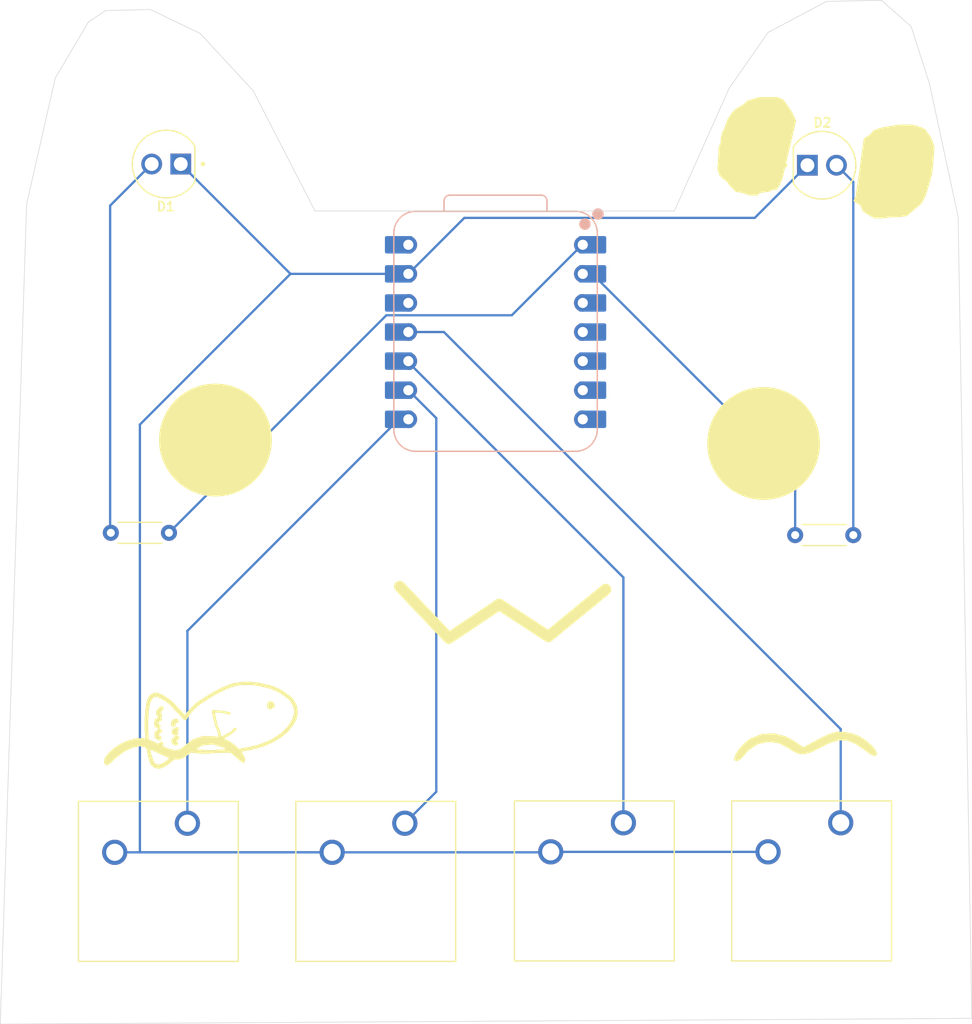
<source format=kicad_pcb>
(kicad_pcb (version 20241229) (generator "pcbnew") (generator_version "9.0")
  (layers (0 "F.Cu" signal) (2 "B.Cu" signal) (13 "F.Paste" user) (15 "B.Paste" user) (5 "F.SilkS" user "F.Silkscreen") (7 "B.SilkS" user "B.Silkscreen") (1 "F.Mask" user) (3 "B.Mask" user) (25 "Edge.Cuts" user))
  (net 0 "")
  (net 1 "Net-(D1-PadA)")
  (net 2 "GND")
  (net 3 "Net-(D2-PadA)")
  (net 4 "LED1")
  (net 5 "LED2")
  (net 6 "SW1")
  (net 7 "SW2")
  (net 8 "SW3")
  (net 9 "SW4")
  (footprint "LOGO" (layer "F.Cu") (at 164.702705 114.300431)
    (property "Reference" "G***" (hide yes))
    (property "Value" "LOGO" (hide yes))
  )
  (footprint "Resistor_THT:R_Axial_DIN0204_L3.6mm_D1.6mm_P5.08mm_Horizontal" (layer "F.Cu") (at 220.04 98.2 180)
    (property "Reference" "R2" (hide yes))
    (property "Value" "R")
    (pad "1" thru_hole circle (at 0 0 180) (size 1.4 1.4) (drill 0.7) (layers "*.Cu" "*.Mask") (net 3 "Net-(D2-PadA)"))
    (pad "2" thru_hole circle (at 5.08 0 180) (size 1.4 1.4) (drill 0.7) (layers "*.Cu" "*.Mask") (net 5 "LED2"))
  )
  (footprint "Button_Switch_Keyboard:SW_Cherry_MX_1.00u_PCB" (layer "F.Cu") (at 218.94 123.32)
    (property "Reference" "SW4" (hide yes))
    (property "Value" "SW_Push" (hide yes))
    (pad "" np_thru_hole circle (at -7.62 5.08) (size 1.7 1.7) (drill 1.7) (layers "*.Cu" "*.Mask"))
    (pad "" np_thru_hole circle (at -2.54 5.08) (size 4 4) (drill 4) (layers "*.Cu" "*.Mask"))
    (pad "" np_thru_hole circle (at 2.54 5.08) (size 1.7 1.7) (drill 1.7) (layers "*.Cu" "*.Mask"))
    (pad "1" thru_hole circle (at 0 0) (size 2.2 2.2) (drill 1.5) (layers "*.Cu" "*.Mask") (net 9 "SW4"))
    (pad "2" thru_hole circle (at -6.35 2.54) (size 2.2 2.2) (drill 1.5) (layers "*.Cu" "*.Mask") (net 2 "GND"))
  )
  (footprint "Button_Switch_Keyboard:SW_Cherry_MX_1.00u_PCB" (layer "F.Cu") (at 199.95 123.32)
    (property "Reference" "SW3" (hide yes))
    (property "Value" "SW_Push" (hide yes))
    (pad "" np_thru_hole circle (at -7.62 5.08) (size 1.7 1.7) (drill 1.7) (layers "*.Cu" "*.Mask"))
    (pad "" np_thru_hole circle (at -2.54 5.08) (size 4 4) (drill 4) (layers "*.Cu" "*.Mask"))
    (pad "" np_thru_hole circle (at 2.54 5.08) (size 1.7 1.7) (drill 1.7) (layers "*.Cu" "*.Mask"))
    (pad "1" thru_hole circle (at 0 0) (size 2.2 2.2) (drill 1.5) (layers "*.Cu" "*.Mask") (net 8 "SW3"))
    (pad "2" thru_hole circle (at -6.35 2.54) (size 2.2 2.2) (drill 1.5) (layers "*.Cu" "*.Mask") (net 2 "GND"))
  )
  (footprint "LOGO" (layer "F.Cu") (at 189.2 117.3)
    (property "Reference" "G***" (hide yes))
    (property "Value" "LOGO" (hide yes))
  )
  (footprint "footprints:LEDRD254W57D500H1070" (layer "F.Cu") (at 217.3 65.9)
    (property "Reference" "D2" (at 0.04 -3.708 0) (layer "F.SilkS") (effects (font (size 0.8 0.8))))
    (property "Value" "L08R5000Q1" (hide yes))
    (pad "A" thru_hole circle (at 1.27 0) (size 1.815 1.815) (drill 1.21) (layers "*.Cu" "*.Mask") (net 3 "Net-(D2-PadA)"))
    (pad "C" thru_hole rect (at -1.27 0) (size 1.815 1.815) (drill 1.21) (layers "*.Cu" "*.Mask") (net 2 "GND"))
  )
  (footprint "footprints:LEDRD254W57D500H1070" (layer "F.Cu") (at 160 65.8 180)
    (property "Reference" "D1" (at 0.04 -3.708 0) (layer "F.SilkS") (effects (font (size 0.8 0.8))))
    (property "Value" "L08R5000Q1" (hide yes))
    (pad "A" thru_hole circle (at 1.27 0 180) (size 1.815 1.815) (drill 1.21) (layers "*.Cu" "*.Mask") (net 1 "Net-(D1-PadA)"))
    (pad "C" thru_hole rect (at -1.27 0 180) (size 1.815 1.815) (drill 1.21) (layers "*.Cu" "*.Mask") (net 2 "GND"))
  )
  (footprint "Button_Switch_Keyboard:SW_Cherry_MX_1.00u_PCB" (layer "F.Cu") (at 180.85 123.36)
    (property "Reference" "SW2" (hide yes))
    (property "Value" "SW_Push" (hide yes))
    (pad "" np_thru_hole circle (at -7.62 5.08) (size 1.7 1.7) (drill 1.7) (layers "*.Cu" "*.Mask"))
    (pad "" np_thru_hole circle (at -2.54 5.08) (size 4 4) (drill 4) (layers "*.Cu" "*.Mask"))
    (pad "" np_thru_hole circle (at 2.54 5.08) (size 1.7 1.7) (drill 1.7) (layers "*.Cu" "*.Mask"))
    (pad "1" thru_hole circle (at 0 0) (size 2.2 2.2) (drill 1.5) (layers "*.Cu" "*.Mask") (net 7 "SW2"))
    (pad "2" thru_hole circle (at -6.35 2.54) (size 2.2 2.2) (drill 1.5) (layers "*.Cu" "*.Mask") (net 2 "GND"))
  )
  (footprint "Resistor_THT:R_Axial_DIN0204_L3.6mm_D1.6mm_P5.08mm_Horizontal" (layer "F.Cu") (at 155.16 98)
    (property "Reference" "R1" (hide yes))
    (property "Value" "R")
    (pad "1" thru_hole circle (at 0 0) (size 1.4 1.4) (drill 0.7) (layers "*.Cu" "*.Mask") (net 1 "Net-(D1-PadA)"))
    (pad "2" thru_hole circle (at 5.08 0) (size 1.4 1.4) (drill 0.7) (layers "*.Cu" "*.Mask") (net 4 "LED1"))
  )
  (footprint "Button_Switch_Keyboard:SW_Cherry_MX_1.00u_PCB" (layer "F.Cu") (at 161.85 123.36)
    (property "Reference" "SW1" (hide yes))
    (property "Value" "SW_Push" (hide yes))
    (pad "" np_thru_hole circle (at -7.62 5.08) (size 1.7 1.7) (drill 1.7) (layers "*.Cu" "*.Mask"))
    (pad "" np_thru_hole circle (at -2.54 5.08) (size 4 4) (drill 4) (layers "*.Cu" "*.Mask"))
    (pad "" np_thru_hole circle (at 2.54 5.08) (size 1.7 1.7) (drill 1.7) (layers "*.Cu" "*.Mask"))
    (pad "1" thru_hole circle (at 0 0) (size 2.2 2.2) (drill 1.5) (layers "*.Cu" "*.Mask") (net 6 "SW1"))
    (pad "2" thru_hole circle (at -6.35 2.54) (size 2.2 2.2) (drill 1.5) (layers "*.Cu" "*.Mask") (net 2 "GND"))
  )
  (footprint "footprints:XIAO-RP2040-DIP" (layer "B.Cu") (at 188.78 80.4685 180)
    (property "Reference" "U1" (hide yes))
    (property "Value" "XIAO-RP2040-DIP")
    (pad "1" smd roundrect (at -8.455 7.62) (size 2.432 1.524) (layers "B.Cu" "B.Mask") (roundrect_rratio 0.1) (net 4 "LED1"))
    (pad "1" thru_hole circle (at -7.62 7.62) (size 1.524 1.524) (drill 0.889) (layers "*.Cu" "*.Mask") (net 4 "LED1"))
    (pad "2" smd roundrect (at -8.455 5.08) (size 2.432 1.524) (layers "B.Cu" "B.Mask") (roundrect_rratio 0.1) (net 5 "LED2"))
    (pad "2" thru_hole circle (at -7.62 5.08) (size 1.524 1.524) (drill 0.889) (layers "*.Cu" "*.Mask") (net 5 "LED2"))
    (pad "3" smd roundrect (at -8.455 2.54) (size 2.432 1.524) (layers "B.Cu" "B.Mask") (roundrect_rratio 0.1))
    (pad "3" thru_hole circle (at -7.62 2.54) (size 1.524 1.524) (drill 0.889) (layers "*.Cu" "*.Mask"))
    (pad "4" smd roundrect (at -8.455 0) (size 2.432 1.524) (layers "B.Cu" "B.Mask") (roundrect_rratio 0.1))
    (pad "4" thru_hole circle (at -7.62 0) (size 1.524 1.524) (drill 0.889) (layers "*.Cu" "*.Mask"))
    (pad "5" smd roundrect (at -8.455 -2.54) (size 2.432 1.524) (layers "B.Cu" "B.Mask") (roundrect_rratio 0.1))
    (pad "5" thru_hole circle (at -7.62 -2.54) (size 1.524 1.524) (drill 0.889) (layers "*.Cu" "*.Mask"))
    (pad "6" smd roundrect (at -8.455 -5.08) (size 2.432 1.524) (layers "B.Cu" "B.Mask") (roundrect_rratio 0.1))
    (pad "6" thru_hole circle (at -7.62 -5.08) (size 1.524 1.524) (drill 0.889) (layers "*.Cu" "*.Mask"))
    (pad "7" smd roundrect (at -8.455 -7.62) (size 2.432 1.524) (layers "B.Cu" "B.Mask") (roundrect_rratio 0.1))
    (pad "7" thru_hole circle (at -7.62 -7.62) (size 1.524 1.524) (drill 0.889) (layers "*.Cu" "*.Mask"))
    (pad "8" thru_hole circle (at 7.62 -7.62 180) (size 1.524 1.524) (drill 0.889) (layers "*.Cu" "*.Mask") (net 6 "SW1"))
    (pad "8" smd roundrect (at 8.455 -7.62 180) (size 2.432 1.524) (layers "B.Cu" "B.Mask") (roundrect_rratio 0.1) (net 6 "SW1"))
    (pad "9" thru_hole circle (at 7.62 -5.08 180) (size 1.524 1.524) (drill 0.889) (layers "*.Cu" "*.Mask") (net 7 "SW2"))
    (pad "9" smd roundrect (at 8.455 -5.08 180) (size 2.432 1.524) (layers "B.Cu" "B.Mask") (roundrect_rratio 0.1) (net 7 "SW2"))
    (pad "10" thru_hole circle (at 7.62 -2.54 180) (size 1.524 1.524) (drill 0.889) (layers "*.Cu" "*.Mask") (net 8 "SW3"))
    (pad "10" smd roundrect (at 8.455 -2.54 180) (size 2.432 1.524) (layers "B.Cu" "B.Mask") (roundrect_rratio 0.1) (net 8 "SW3"))
    (pad "11" thru_hole circle (at 7.62 0 180) (size 1.524 1.524) (drill 0.889) (layers "*.Cu" "*.Mask") (net 9 "SW4"))
    (pad "11" smd roundrect (at 8.455 0 180) (size 2.432 1.524) (layers "B.Cu" "B.Mask") (roundrect_rratio 0.1) (net 9 "SW4"))
    (pad "12" thru_hole circle (at 7.62 2.54 180) (size 1.524 1.524) (drill 0.889) (layers "*.Cu" "*.Mask"))
    (pad "12" smd roundrect (at 8.455 2.54 180) (size 2.432 1.524) (layers "B.Cu" "B.Mask") (roundrect_rratio 0.1))
    (pad "13" thru_hole circle (at 7.62 5.08 180) (size 1.524 1.524) (drill 0.889) (layers "*.Cu" "*.Mask") (net 2 "GND"))
    (pad "13" smd roundrect (at 8.455 5.08 180) (size 2.432 1.524) (layers "B.Cu" "B.Mask") (roundrect_rratio 0.1) (net 2 "GND"))
    (pad "14" thru_hole circle (at 7.62 7.62 180) (size 1.524 1.524) (drill 0.889) (layers "*.Cu" "*.Mask"))
    (pad "14" smd roundrect (at 8.455 7.62 180) (size 2.432 1.524) (layers "B.Cu" "B.Mask") (roundrect_rratio 0.1))
  )
  (gr_line (start 193.4 107.05) (end 198.4 102.95) (stroke (width 1)) (layer "F.SilkS"))
  (gr_circle (center 212.2 90.2) (end 213.2 85.4) (stroke (width 0.05)) (fill yes) (layer "F.SilkS"))
  (gr_line (start 189.1 104.25) (end 193.3 107) (stroke (width 1)) (layer "F.SilkS"))
  (gr_poly (pts (xy 221 63.6) (xy 221.6 63.2) (xy 221.8 62.9) (xy 222.4 62.7) (xy 222.8 62.6) (xy 223.5 62.5) (xy 224 62.4) (xy 225.2 62.4) (xy 225.9 62.6) (xy 226.3 62.8) (xy 226.8 63.5) (xy 227.1 64.3) (xy 226.9 66.6) (xy 226.5 68) (xy 226.3 68.6) (xy 226 69.2) (xy 224.7 70.3) (xy 224 70.4) (xy 223.3 70.4) (xy 222.6 70.5) (xy 221.9 70.5) (xy 221.2 70.1) (xy 220.9 69.9) (xy 220.7 69.4) (xy 220.1 69) (xy 220.3 68.6)) (stroke (width 0.1)) (fill yes) (layer "F.SilkS"))
  (gr_poly (pts (xy 215 62) (xy 214.6 61.2) (xy 213.9 60.2) (xy 213.4 60) (xy 211.8 60) (xy 210.8 60.3) (xy 210.5 60.6) (xy 209.8 61) (xy 209.5 61.3) (xy 209.1 61.9) (xy 208.8 62.7) (xy 208.6 63.1) (xy 208.5 63.5) (xy 208.5 63.9) (xy 208.3 64.4) (xy 208.3 65) (xy 208.2 66.2) (xy 208.4 66.8) (xy 209.1 67.4) (xy 209.2 67.6) (xy 209.8 68.2) (xy 210 68.2) (xy 210.4 68.3) (xy 211 68.5) (xy 211.7 68.5) (xy 211.8 68.3) (xy 212.4 68.2) (xy 212.6 68.2) (xy 213 68) (xy 213.3 68) (xy 213.6 67.6) (xy 213.5 67.6) (xy 213.6 67.5) (xy 213.8 67.1)) (stroke (width 0.1)) (fill yes) (layer "F.SilkS"))
  (gr_line (start 180.405291 102.690556) (end 184.7 107.2) (stroke (width 1)) (layer "F.SilkS"))
  (gr_line (start 184.7 107.2) (end 189.1 104.25) (stroke (width 1)) (layer "F.SilkS"))
  (gr_circle (center 164.3 89.9) (end 165.3 85.1) (stroke (width 0.05)) (fill yes) (layer "F.SilkS"))
  (gr_line (start 153.2 53.4) (end 150.3 58.3) (stroke (width 0.05)) (layer "Edge.Cuts"))
  (gr_line (start 173 69.9) (end 167.6 59.4) (stroke (width 0.05)) (layer "Edge.Cuts"))
  (gr_line (start 209.2 59.170162) (end 204.4 69.9) (stroke (width 0.05)) (layer "Edge.Cuts"))
  (gr_line (start 154.7 52.4) (end 153.2 53.4) (stroke (width 0.05)) (layer "Edge.Cuts"))
  (gr_line (start 162.969231 54.4) (end 158.6 52.3) (stroke (width 0.05)) (layer "Edge.Cuts"))
  (gr_line (start 158.6 52.3) (end 154.7 52.4) (stroke (width 0.05)) (layer "Edge.Cuts"))
  (gr_line (start 225.1 53.8) (end 222.5 51.5) (stroke (width 0.05)) (layer "Edge.Cuts"))
  (gr_line (start 204.4 69.9) (end 173 69.9) (stroke (width 0.05)) (layer "Edge.Cuts"))
  (gr_line (start 212.6 54.3) (end 209.2 59.170162) (stroke (width 0.05)) (layer "Edge.Cuts"))
  (gr_line (start 217.7 51.6) (end 212.6 54.3) (stroke (width 0.05)) (layer "Edge.Cuts"))
  (gr_line (start 229.2 70.4) (end 226.7 58.8) (stroke (width 0.05)) (layer "Edge.Cuts"))
  (gr_line (start 167.6 59.4) (end 162.969231 54.4) (stroke (width 0.05)) (layer "Edge.Cuts"))
  (gr_line (start 226.7 58.8) (end 225.1 53.8) (stroke (width 0.05)) (layer "Edge.Cuts"))
  (gr_line (start 145.5 140.9) (end 230.4 140.4) (stroke (width 0.05)) (layer "Edge.Cuts"))
  (gr_line (start 230.4 140.4) (end 229.2 70.4) (stroke (width 0.05)) (layer "Edge.Cuts"))
  (gr_line (start 150.3 58.3) (end 147.8 69.3) (stroke (width 0.05)) (layer "Edge.Cuts"))
  (gr_line (start 147.8 69.3) (end 145.5 140.9) (stroke (width 0.05)) (layer "Edge.Cuts"))
  (gr_line (start 222.5 51.5) (end 217.7 51.6) (stroke (width 0.05)) (layer "Edge.Cuts"))
  (segment (start 155.1 97.94) (end 155.16 98) (width 0.2) (layer "B.Cu") (net 1))
  (segment (start 155.1 69.43) (end 155.1 97.94) (width 0.2) (layer "B.Cu") (net 1))
  (segment (start 158.73 65.8) (end 155.1 69.43) (width 0.2) (layer "B.Cu") (net 1))
  (segment (start 193.56 125.9) (end 193.6 125.86) (width 0.2) (layer "B.Cu") (net 2))
  (segment (start 174.5 125.9) (end 193.56 125.9) (width 0.2) (layer "B.Cu") (net 2))
  (segment (start 193.6 125.86) (end 212.59 125.86) (width 0.2) (layer "B.Cu") (net 2))
  (segment (start 211.429 70.501) (end 186.0475 70.501) (width 0.2) (layer "B.Cu") (net 2))
  (segment (start 174.5 125.9) (end 157.7 125.9) (width 0.2) (layer "B.Cu") (net 2))
  (segment (start 186.0475 70.501) (end 181.16 75.3885) (width 0.2) (layer "B.Cu") (net 2))
  (segment (start 157.7 88.547) (end 170.8585 75.3885) (width 0.2) (layer "B.Cu") (net 2))
  (segment (start 216.03 65.9) (end 211.429 70.501) (width 0.2) (layer "B.Cu") (net 2))
  (segment (start 170.8585 75.3885) (end 181.16 75.3885) (width 0.2) (layer "B.Cu") (net 2))
  (segment (start 161.27 65.8) (end 170.8585 75.3885) (width 0.2) (layer "B.Cu") (net 2))
  (segment (start 155.5 125.9) (end 174.5 125.9) (width 0.2) (layer "B.Cu") (net 2))
  (segment (start 157.7 125.9) (end 157.7 88.547) (width 0.2) (layer "B.Cu") (net 2))
  (segment (start 220.04 98.2) (end 220.04 67.37) (width 0.2) (layer "B.Cu") (net 3))
  (segment (start 220.04 67.37) (end 218.57 65.9) (width 0.2) (layer "B.Cu") (net 3))
  (segment (start 179.234778 79.005222) (end 190.194778 79.005222) (width 0.2) (layer "B.Cu") (net 4))
  (segment (start 160.24 98) (end 179.234778 79.005222) (width 0.2) (layer "B.Cu") (net 4))
  (segment (start 190.194778 79.005222) (end 196.3515 72.8485) (width 0.2) (layer "B.Cu") (net 4))
  (segment (start 196.3515 72.8485) (end 196.4 72.8485) (width 0.2) (layer "B.Cu") (net 4))
  (segment (start 214.96 93.1135) (end 197.235 75.3885) (width 0.2) (layer "B.Cu") (net 5))
  (segment (start 214.96 98.2) (end 214.96 93.1135) (width 0.2) (layer "B.Cu") (net 5))
  (segment (start 161.85 123.36) (end 161.85 106.5635) (width 0.2) (layer "B.Cu") (net 6))
  (segment (start 161.85 106.5635) (end 180.325 88.0885) (width 0.2) (layer "B.Cu") (net 6))
  (segment (start 180.85 123.36) (end 183.6 120.61) (width 0.2) (layer "B.Cu") (net 7))
  (segment (start 183.6 120.61) (end 183.6 87.9885) (width 0.2) (layer "B.Cu") (net 7))
  (segment (start 183.6 87.9885) (end 181.16 85.5485) (width 0.2) (layer "B.Cu") (net 7))
  (segment (start 199.95 123.32) (end 199.95 101.9) (width 0.2) (layer "B.Cu") (net 8))
  (segment (start 199.95 101.9) (end 181.16 83.11) (width 0.2) (layer "B.Cu") (net 8))
  (segment (start 181.16 83.11) (end 181.16 83.0085) (width 0.2) (layer "B.Cu") (net 8))
  (segment (start 218.94 115.14) (end 184.2685 80.4685) (width 0.2) (layer "B.Cu") (net 9))
  (segment (start 218.94 123.32) (end 218.94 115.14) (width 0.2) (layer "B.Cu") (net 9))
  (segment (start 184.2685 80.4685) (end 181.16 80.4685) (width 0.2) (layer "B.Cu") (net 9))
)
</source>
